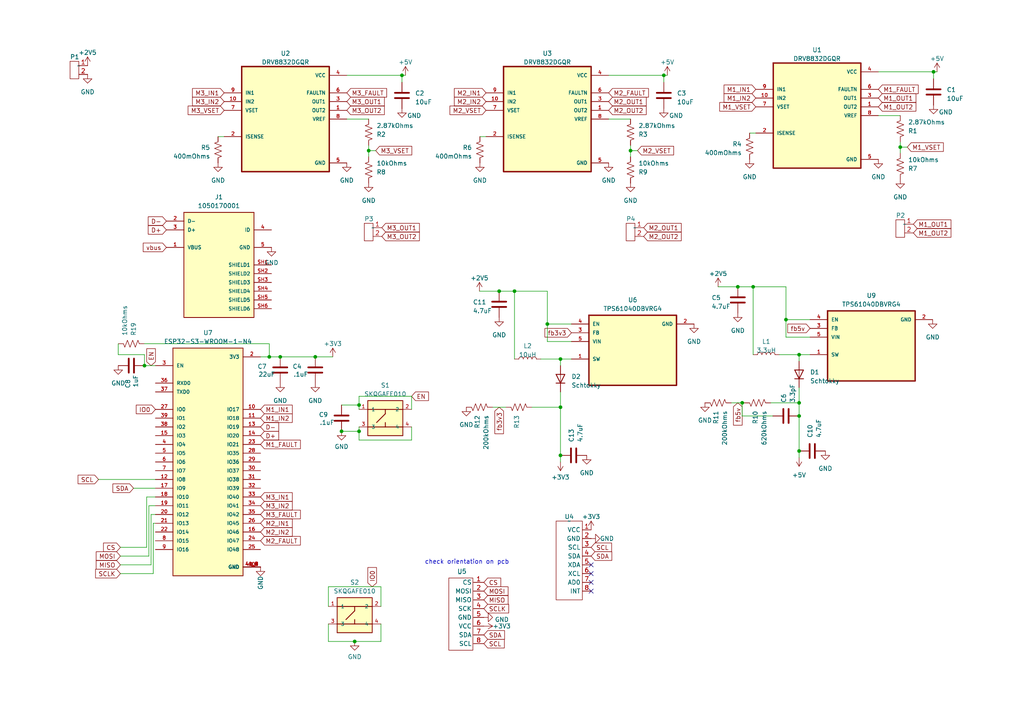
<source format=kicad_sch>
(kicad_sch (version 20230121) (generator eeschema)
  (paper "A4")
  (junction (at 149.225 84.455))
  (junction (at 102.87 186.055))
  (junction (at 41.91 106.045))
  (junction (at 162.56 132.08))
  (junction (at 261.112 42.672))
  (junction (at 231.775 116.84))
  (junction (at 144.78 84.455))
  (junction (at 162.56 118.11))
  (junction (at 231.775 120.65))
  (junction (at 213.995 83.185))
  (junction (at 218.44 83.185))
  (junction (at 104.14 117.475))
  (junction (at 104.14 125.095))
  (junction (at 227.965 92.71))
  (junction (at 182.88 43.688))
  (junction (at 162.56 104.14))
  (junction (at 78.105 103.505))
  (junction (at 106.934 43.688))
  (junction (at 215.265 116.84))
  (junction (at 158.75 93.98))
  (junction (at 99.06 125.095))
  (junction (at 192.532 21.844))
  (junction (at 116.586 21.844))
  (junction (at 91.44 103.505))
  (junction (at 81.28 103.505))
  (junction (at 270.764 20.828))
  (junction (at 231.775 102.87))
  (junction (at 231.775 130.81))
  (no_connect (at 171.45 166.37))
  (no_connect (at 171.45 163.83))
  (no_connect (at 171.45 171.45))
  (no_connect (at 171.45 168.91))
  (wire (pts (xy 223.52 116.84) (xy 231.775 116.84)))
  (wire (pts (xy 104.14 118.745) (xy 104.14 117.475)))
  (wire (pts (xy 34.925 163.83) (xy 43.815 163.83)))
  (wire (pts (xy 44.45 151.765) (xy 45.085 151.765)))
  (wire (pts (xy 78.105 103.505) (xy 81.28 103.505)))
  (wire (pts (xy 158.75 93.98) (xy 165.735 93.98)))
  (wire (pts (xy 116.586 21.844) (xy 116.586 23.876)))
  (wire (pts (xy 217.424 38.608) (xy 219.202 38.608)))
  (wire (pts (xy 254.762 33.528) (xy 261.112 33.528)))
  (wire (pts (xy 231.775 112.395) (xy 231.775 116.84)))
  (wire (pts (xy 144.78 84.455) (xy 149.225 84.455)))
  (wire (pts (xy 227.965 97.79) (xy 234.95 97.79)))
  (wire (pts (xy 231.775 120.65) (xy 231.775 130.81)))
  (wire (pts (xy 176.53 34.544) (xy 182.88 34.544)))
  (wire (pts (xy 162.56 104.14) (xy 162.56 106.045)))
  (wire (pts (xy 34.925 158.75) (xy 42.545 158.75)))
  (wire (pts (xy 192.532 21.844) (xy 193.548 21.844)))
  (wire (pts (xy 227.965 83.185) (xy 227.965 92.71)))
  (wire (pts (xy 43.815 163.83) (xy 43.815 149.225)))
  (wire (pts (xy 270.764 20.828) (xy 270.764 22.86)))
  (wire (pts (xy 139.192 39.624) (xy 140.97 39.624)))
  (wire (pts (xy 149.225 84.455) (xy 158.75 84.455)))
  (wire (pts (xy 100.584 34.544) (xy 106.934 34.544)))
  (wire (pts (xy 95.25 180.975) (xy 95.25 186.055)))
  (wire (pts (xy 41.91 99.695) (xy 78.105 99.695)))
  (wire (pts (xy 91.44 103.505) (xy 96.52 103.505)))
  (wire (pts (xy 142.875 118.11) (xy 146.685 118.11)))
  (wire (pts (xy 43.18 146.685) (xy 45.085 146.685)))
  (wire (pts (xy 34.29 102.87) (xy 41.91 102.87)))
  (wire (pts (xy 63.246 39.624) (xy 65.024 39.624)))
  (wire (pts (xy 231.775 102.87) (xy 234.95 102.87)))
  (wire (pts (xy 156.845 104.14) (xy 162.56 104.14)))
  (wire (pts (xy 182.88 43.688) (xy 182.88 45.466)))
  (wire (pts (xy 104.14 117.475) (xy 104.14 114.935)))
  (wire (pts (xy 213.995 83.185) (xy 218.44 83.185)))
  (wire (pts (xy 81.28 103.505) (xy 91.44 103.505)))
  (wire (pts (xy 218.44 102.87) (xy 218.44 83.185)))
  (wire (pts (xy 215.265 116.84) (xy 215.265 120.65)))
  (wire (pts (xy 106.934 43.688) (xy 108.966 43.688)))
  (wire (pts (xy 192.532 21.844) (xy 192.532 23.876)))
  (wire (pts (xy 215.265 120.65) (xy 224.155 120.65)))
  (wire (pts (xy 227.965 92.71) (xy 234.95 92.71)))
  (wire (pts (xy 162.56 118.11) (xy 162.56 132.08)))
  (wire (pts (xy 139.065 84.455) (xy 144.78 84.455)))
  (wire (pts (xy 231.775 102.87) (xy 231.775 104.775)))
  (wire (pts (xy 104.14 123.825) (xy 104.14 125.095)))
  (wire (pts (xy 116.586 21.844) (xy 117.602 21.844)))
  (wire (pts (xy 261.112 42.672) (xy 261.112 44.45)))
  (wire (pts (xy 162.56 132.08) (xy 162.56 133.985)))
  (wire (pts (xy 38.735 141.605) (xy 45.085 141.605)))
  (wire (pts (xy 149.225 104.14) (xy 149.225 84.455)))
  (wire (pts (xy 119.38 127.635) (xy 104.14 127.635)))
  (wire (pts (xy 106.934 42.164) (xy 106.934 43.688)))
  (wire (pts (xy 119.38 114.935) (xy 119.38 118.745)))
  (wire (pts (xy 41.91 106.045) (xy 45.085 106.045)))
  (wire (pts (xy 254.762 20.828) (xy 270.764 20.828)))
  (wire (pts (xy 41.91 102.87) (xy 41.91 106.045)))
  (wire (pts (xy 78.105 99.695) (xy 78.105 103.505)))
  (wire (pts (xy 104.14 125.095) (xy 104.14 127.635)))
  (wire (pts (xy 212.09 116.84) (xy 215.265 116.84)))
  (wire (pts (xy 182.88 42.164) (xy 182.88 43.688)))
  (wire (pts (xy 43.815 149.225) (xy 45.085 149.225)))
  (wire (pts (xy 99.06 117.475) (xy 104.14 117.475)))
  (wire (pts (xy 110.49 170.18) (xy 110.49 175.895)))
  (wire (pts (xy 162.56 104.14) (xy 165.735 104.14)))
  (wire (pts (xy 42.545 158.75) (xy 42.545 144.145)))
  (wire (pts (xy 28.575 139.065) (xy 45.085 139.065)))
  (wire (pts (xy 102.87 186.055) (xy 110.49 186.055)))
  (wire (pts (xy 218.44 83.185) (xy 227.965 83.185)))
  (wire (pts (xy 158.75 99.06) (xy 165.735 99.06)))
  (wire (pts (xy 158.75 93.98) (xy 158.75 99.06)))
  (wire (pts (xy 208.28 83.185) (xy 213.995 83.185)))
  (wire (pts (xy 95.25 175.895) (xy 95.25 170.18)))
  (wire (pts (xy 99.06 125.095) (xy 104.14 125.095)))
  (wire (pts (xy 75.565 103.505) (xy 78.105 103.505)))
  (wire (pts (xy 231.775 130.81) (xy 231.775 132.715)))
  (wire (pts (xy 215.265 116.84) (xy 215.9 116.84)))
  (wire (pts (xy 162.56 113.665) (xy 162.56 118.11)))
  (wire (pts (xy 110.49 186.055) (xy 110.49 180.975)))
  (wire (pts (xy 261.112 42.672) (xy 263.144 42.672)))
  (wire (pts (xy 95.25 170.18) (xy 110.49 170.18)))
  (wire (pts (xy 44.45 166.37) (xy 44.45 151.765)))
  (wire (pts (xy 154.305 118.11) (xy 162.56 118.11)))
  (wire (pts (xy 226.06 102.87) (xy 231.775 102.87)))
  (wire (pts (xy 34.29 99.695) (xy 34.29 102.87)))
  (wire (pts (xy 158.75 84.455) (xy 158.75 93.98)))
  (wire (pts (xy 119.38 123.825) (xy 119.38 127.635)))
  (wire (pts (xy 176.53 21.844) (xy 192.532 21.844)))
  (wire (pts (xy 182.88 43.688) (xy 184.912 43.688)))
  (wire (pts (xy 270.764 20.828) (xy 271.78 20.828)))
  (wire (pts (xy 104.14 114.935) (xy 119.38 114.935)))
  (wire (pts (xy 261.112 41.148) (xy 261.112 42.672)))
  (wire (pts (xy 34.925 166.37) (xy 44.45 166.37)))
  (wire (pts (xy 42.545 144.145) (xy 45.085 144.145)))
  (wire (pts (xy 95.25 186.055) (xy 102.87 186.055)))
  (wire (pts (xy 231.775 116.84) (xy 231.775 120.65)))
  (wire (pts (xy 106.934 43.688) (xy 106.934 45.466)))
  (wire (pts (xy 227.965 92.71) (xy 227.965 97.79)))
  (wire (pts (xy 34.925 161.29) (xy 43.18 161.29)))
  (wire (pts (xy 100.584 21.844) (xy 116.586 21.844)))
  (wire (pts (xy 43.18 161.29) (xy 43.18 146.685)))
  (text "check orientation on pcb" (at 123.19 163.83 0) (effects (font (size 1.27 1.27)) (justify left bottom)))
  (global_label "IO0" (shape input) (at 45.085 118.745 180) (property "Intersheetrefs" "${INTERSHEET_REFS}" (effects hide)))
  (global_label "SCL" (shape input) (at 28.575 139.065 180) (property "Intersheetrefs" "${INTERSHEET_REFS}" (effects hide)))
  (global_label "M1_IN1" (shape input) (at 75.565 118.745 0) (property "Intersheetrefs" "${INTERSHEET_REFS}" (effects hide)))
  (global_label "M3_VSET" (shape input) (at 65.024 32.004 180) (property "Intersheetrefs" "${INTERSHEET_REFS}" (effects hide)))
  (global_label "M3_OUT1" (shape input) (at 100.584 29.464 0) (property "Intersheetrefs" "${INTERSHEET_REFS}" (effects hide)))
  (global_label "M3_IN1" (shape input) (at 65.024 26.924 180) (property "Intersheetrefs" "${INTERSHEET_REFS}" (effects hide)))
  (global_label "M3_OUT1" (shape input) (at 110.744 66.04 0) (property "Intersheetrefs" "${INTERSHEET_REFS}" (effects hide)))
  (global_label "M1_OUT1" (shape input) (at 254.762 28.448 0) (property "Intersheetrefs" "${INTERSHEET_REFS}" (effects hide)))
  (global_label "M2_OUT2" (shape input) (at 176.53 32.004 0) (property "Intersheetrefs" "${INTERSHEET_REFS}" (effects hide)))
  (global_label "M3_OUT2" (shape input) (at 100.584 32.004 0) (property "Intersheetrefs" "${INTERSHEET_REFS}" (effects hide)))
  (global_label "fb5v" (shape input) (at 234.95 95.25 180) (property "Intersheetrefs" "${INTERSHEET_REFS}" (effects hide)))
  (global_label "M1_FAULT" (shape input) (at 75.565 128.905 0) (property "Intersheetrefs" "${INTERSHEET_REFS}" (effects hide)))
  (global_label "M2_IN1" (shape input) (at 75.565 151.765 0) (property "Intersheetrefs" "${INTERSHEET_REFS}" (effects hide)))
  (global_label "D+" (shape input) (at 48.26 66.675 180) (property "Intersheetrefs" "${INTERSHEET_REFS}" (effects hide)))
  (global_label "M2_VSET" (shape input) (at 184.912 43.688 0) (property "Intersheetrefs" "${INTERSHEET_REFS}" (effects hide)))
  (global_label "fb5v" (shape input) (at 213.995 116.84 270) (property "Intersheetrefs" "${INTERSHEET_REFS}" (effects hide)))
  (global_label "D+" (shape input) (at 75.565 126.365 0) (property "Intersheetrefs" "${INTERSHEET_REFS}" (effects hide)))
  (global_label "MOSI" (shape input) (at 140.335 171.45 0) (property "Intersheetrefs" "${INTERSHEET_REFS}" (effects hide)))
  (global_label "D-" (shape input) (at 75.565 123.825 0) (property "Intersheetrefs" "${INTERSHEET_REFS}" (effects hide)))
  (global_label "M1_VSET" (shape input) (at 219.202 30.988 180) (property "Intersheetrefs" "${INTERSHEET_REFS}" (effects hide)))
  (global_label "EN" (shape input) (at 43.815 106.045 90) (property "Intersheetrefs" "${INTERSHEET_REFS}" (effects hide)))
  (global_label "M1_IN1" (shape input) (at 219.202 25.908 180) (property "Intersheetrefs" "${INTERSHEET_REFS}" (effects hide)))
  (global_label "SDA" (shape input) (at 171.45 161.29 0) (property "Intersheetrefs" "${INTERSHEET_REFS}" (effects hide)))
  (global_label "MISO" (shape input) (at 34.925 163.83 180) (property "Intersheetrefs" "${INTERSHEET_REFS}" (effects hide)))
  (global_label "SCL" (shape input) (at 171.45 158.75 0) (property "Intersheetrefs" "${INTERSHEET_REFS}" (effects hide)))
  (global_label "M2_OUT2" (shape input) (at 186.69 68.58 0) (property "Intersheetrefs" "${INTERSHEET_REFS}" (effects hide)))
  (global_label "EN" (shape input) (at 119.38 114.935 0) (property "Intersheetrefs" "${INTERSHEET_REFS}" (effects hide)))
  (global_label "MISO" (shape input) (at 140.335 173.99 0) (property "Intersheetrefs" "${INTERSHEET_REFS}" (effects hide)))
  (global_label "M1_IN2" (shape input) (at 219.202 28.448 180) (property "Intersheetrefs" "${INTERSHEET_REFS}" (effects hide)))
  (global_label "MOSI" (shape input) (at 34.925 161.29 180) (property "Intersheetrefs" "${INTERSHEET_REFS}" (effects hide)))
  (global_label "M2_IN2" (shape input) (at 75.565 154.305 0) (property "Intersheetrefs" "${INTERSHEET_REFS}" (effects hide)))
  (global_label "CS" (shape input) (at 34.925 158.75 180) (property "Intersheetrefs" "${INTERSHEET_REFS}" (effects hide)))
  (global_label "M2_IN2" (shape input) (at 140.97 29.464 180) (property "Intersheetrefs" "${INTERSHEET_REFS}" (effects hide)))
  (global_label "M2_IN1" (shape input) (at 140.97 26.924 180) (property "Intersheetrefs" "${INTERSHEET_REFS}" (effects hide)))
  (global_label "M1_OUT1" (shape input) (at 264.922 65.024 0) (property "Intersheetrefs" "${INTERSHEET_REFS}" (effects hide)))
  (global_label "M1_OUT2" (shape input) (at 264.922 67.564 0) (property "Intersheetrefs" "${INTERSHEET_REFS}" (effects hide)))
  (global_label "M3_FAULT" (shape input) (at 100.584 26.924 0) (property "Intersheetrefs" "${INTERSHEET_REFS}" (effects hide)))
  (global_label "SCLK" (shape input) (at 140.335 176.53 0) (property "Intersheetrefs" "${INTERSHEET_REFS}" (effects hide)))
  (global_label "M1_OUT2" (shape input) (at 254.762 30.988 0) (property "Intersheetrefs" "${INTERSHEET_REFS}" (effects hide)))
  (global_label "vbus" (shape input) (at 48.26 71.755 180) (property "Intersheetrefs" "${INTERSHEET_REFS}" (effects hide)))
  (global_label "M2_OUT1" (shape input) (at 186.69 66.04 0) (property "Intersheetrefs" "${INTERSHEET_REFS}" (effects hide)))
  (global_label "M3_IN2" (shape input) (at 75.565 146.685 0) (property "Intersheetrefs" "${INTERSHEET_REFS}" (effects hide)))
  (global_label "M3_IN2" (shape input) (at 65.024 29.464 180) (property "Intersheetrefs" "${INTERSHEET_REFS}" (effects hide)))
  (global_label "M2_VSET" (shape input) (at 140.97 32.004 180) (property "Intersheetrefs" "${INTERSHEET_REFS}" (effects hide)))
  (global_label "M3_IN1" (shape input) (at 75.565 144.145 0) (property "Intersheetrefs" "${INTERSHEET_REFS}" (effects hide)))
  (global_label "SCLK" (shape input) (at 34.925 166.37 180) (property "Intersheetrefs" "${INTERSHEET_REFS}" (effects hide)))
  (global_label "M1_IN2" (shape input) (at 75.565 121.285 0) (property "Intersheetrefs" "${INTERSHEET_REFS}" (effects hide)))
  (global_label "fb3v3" (shape input) (at 165.735 96.52 180) (property "Intersheetrefs" "${INTERSHEET_REFS}" (effects hide)))
  (global_label "D-" (shape input) (at 48.26 64.135 180) (property "Intersheetrefs" "${INTERSHEET_REFS}" (effects hide)))
  (global_label "SDA" (shape input) (at 38.735 141.605 180) (property "Intersheetrefs" "${INTERSHEET_REFS}" (effects hide)))
  (global_label "fb3v3" (shape input) (at 144.78 118.11 270) (property "Intersheetrefs" "${INTERSHEET_REFS}" (effects hide)))
  (global_label "M1_FAULT" (shape input) (at 254.762 25.908 0) (property "Intersheetrefs" "${INTERSHEET_REFS}" (effects hide)))
  (global_label "SDA" (shape input) (at 140.335 184.15 0) (property "Intersheetrefs" "${INTERSHEET_REFS}" (effects hide)))
  (global_label "IO0" (shape input) (at 107.95 170.18 90) (property "Intersheetrefs" "${INTERSHEET_REFS}" (effects hide)))
  (global_label "CS" (shape input) (at 140.335 168.91 0) (property "Intersheetrefs" "${INTERSHEET_REFS}" (effects hide)))
  (global_label "M2_FAULT" (shape input) (at 176.53 26.924 0) (property "Intersheetrefs" "${INTERSHEET_REFS}" (effects hide)))
  (global_label "M2_FAULT" (shape input) (at 75.565 156.845 0) (property "Intersheetrefs" "${INTERSHEET_REFS}" (effects hide)))
  (global_label "M1_VSET" (shape input) (at 263.144 42.672 0) (property "Intersheetrefs" "${INTERSHEET_REFS}" (effects hide)))
  (global_label "SCL" (shape input) (at 140.335 186.69 0) (property "Intersheetrefs" "${INTERSHEET_REFS}" (effects hide)))
  (global_label "M3_OUT2" (shape input) (at 110.744 68.58 0) (property "Intersheetrefs" "${INTERSHEET_REFS}" (effects hide)))
  (global_label "M3_VSET" (shape input) (at 108.966 43.688 0) (property "Intersheetrefs" "${INTERSHEET_REFS}" (effects hide)))
  (global_label "M2_OUT1" (shape input) (at 176.53 29.464 0) (property "Intersheetrefs" "${INTERSHEET_REFS}" (effects hide)))
  (global_label "M3_FAULT" (shape input) (at 75.565 149.225 0) (property "Intersheetrefs" "${INTERSHEET_REFS}" (effects hide)))
  (symbol (lib_id "Device:L") (at 222.25 102.87 90) (unit 1)
    (property "Reference" "L1" (at 222.25 99.06 90))
    (property "Value" "3.3uH" (at 222.25 101.6 90))
    (property "Footprint" "SRR1240-100M:IND_SRR1240-100M" (effects hide))
  )
  (symbol (lib_id "power:GND") (at 106.934 53.086 0) (unit 1)
    (property "Reference" "#PWR012" (effects hide))
    (property "Value" "GND" (at 106.934 58.166 0))
  )
  (symbol (lib_id "Device:R_US") (at 150.495 118.11 90) (mirror x) (unit 1)
    (property "Reference" "R13" (at 149.86 120.396 0) (effects (justify left)))
    (property "Value" "330kOhms" (effects hide))
    (property "Footprint" "standard:res1206" (effects hide))
  )
  (symbol (lib_id "Device:C") (at 227.965 120.65 90) (unit 1)
    (property "Reference" "C6" (at 227.33 116.84 0) (effects (justify left)))
    (property "Value" "3.3pF" (at 229.87 116.84 0) (effects (justify left)))
    (property "Footprint" "standard:cap1206" (effects hide))
  )
  (symbol (lib_id "Device:C") (at 91.44 107.315 0) (unit 1)
    (property "Reference" "C4" (at 84.836 106.299 0) (effects (justify left)))
    (property "Value" ".1uF" (at 85.09 108.585 0) (effects (justify left)))
    (property "Footprint" "standard:cap1206" (effects hide))
  )
  (symbol (lib_id "power:GND") (at 261.112 52.07 0) (unit 1)
    (property "Reference" "#PWR011" (effects hide))
    (property "Value" "GND" (at 261.112 57.15 0))
  )
  (symbol (lib_id "Device:R_US") (at 38.1 99.695 270) (mirror x) (unit 1)
    (property "Reference" "R19" (at 38.735 97.409 0) (effects (justify left)))
    (property "Value" "10kOhms" (at 36.195 97.409 0) (effects (justify left)))
    (property "Footprint" "standard:res1206" (effects hide))
  )
  (symbol (lib_id "power:+5V") (at 117.602 21.844 0) (unit 1)
    (property "Reference" "#PWR022" (effects hide))
    (property "Value" "+5V" (at 117.602 18.034 0))
  )
  (symbol (lib_id "power:+3V3") (at 162.56 133.985 180) (unit 1)
    (property "Reference" "#PWR034" (effects hide))
    (property "Value" "+3V3" (at 162.56 138.43 0))
  )
  (symbol (lib_id "ESP32-S3-WROOM-1-N4:ESP32-S3-WROOM-1-N4") (at 60.325 133.985 0) (unit 1)
    (property "Reference" "U7" (at 60.325 96.52 0))
    (property "Value" "ESP32-S3-WROOM-1-N4" (at 60.325 99.06 0))
    (property "Footprint" "ESP32S3WROOM1N8R8:XCVR_ESP32S3WROOM1N8R8" (effects hide))
    (property "MF" "Espressif Systems" (effects hide))
    (property "MAXIMUM_PACKAGE_HEIGHT" "3.25mm" (effects hide))
    (property "Package" "NON STANDARD Espressif Systems" (effects hide))
    (property "Price" "None" (effects hide))
    (property "Check_prices" "https://www.snapeda.com/parts/ESP32-S3-WROOM-1-N4/Espressif+Systems/view-part/?ref=eda" (effects hide))
    (property "STANDARD" "Manufacturer Recommendations" (effects hide))
    (property "PARTREV" "v1.0" (effects hide))
    (property "SnapEDA_Link" "https://www.snapeda.com/parts/ESP32-S3-WROOM-1-N4/Espressif+Systems/view-part/?ref=snap" (effects hide))
    (property "MP" "ESP32-S3-WROOM-1-N4" (effects hide))
    (property "Purchase-URL" "https://www.snapeda.com/api/url_track_click_mouser/?unipart_id=12155510&manufacturer=Espressif Systems&part_name=ESP32-S3-WROOM-1-N4&search_term=esp32-s3-wroom-1-n4" (effects hide))
    (property "Description" "\nBluetooth, WiFi 802.11b/g/n, Bluetooth v5.0 Transceiver Module 2.4GHz PCB Trace Surface Mount\n" (effects hide))
    (property "Availability" "In Stock" (effects hide))
    (property "MANUFACTURER" "Espressif" (effects hide))
  )
  (symbol (lib_id "power:GND") (at 140.335 179.07 90) (unit 1)
    (property "Reference" "#PWR031" (effects hide))
    (property "Value" "GND" (at 143.51 179.705 90) (effects (justify right)))
  )
  (symbol (lib_id "Device:R_US") (at 219.71 116.84 90) (mirror x) (unit 1)
    (property "Reference" "R10" (at 219.075 119.126 0) (effects (justify left)))
    (property "Value" "620kOhms" (at 221.615 119.126 0) (effects (justify left)))
    (property "Footprint" "standard:res1206" (effects hide))
  )
  (symbol (lib_id "power:GND") (at 135.255 118.11 0) (unit 1)
    (property "Reference" "#PWR030" (effects hide))
    (property "Value" "GND" (at 135.255 123.19 0))
  )
  (symbol (lib_id "power:GND") (at 102.87 186.055 0) (unit 1)
    (property "Reference" "#PWR015" (effects hide))
    (property "Value" "GND" (at 102.87 190.5 0))
  )
  (symbol (lib_id "Device:R_US") (at 182.88 38.354 0) (mirror x) (unit 1)
    (property "Reference" "R3" (at 185.166 38.989 0) (effects (justify left)))
    (property "Value" "2.87kOhms" (at 185.166 36.449 0) (effects (justify left)))
    (property "Footprint" "standard:res1206" (effects hide))
  )
  (symbol (lib_id "gyro:gyro") (at 165.1 151.13 0) (unit 1)
    (property "Reference" "U4" (at 165.1 149.86 0))
    (property "Value" "~" (at 165.1 151.13 0))
    (property "Footprint" "Connector_PinSocket_2.54mm:PinSocket_1x08_P2.54mm_Vertical" (effects hide))
  )
  (symbol (lib_id "Device:R_US") (at 208.28 116.84 90) (mirror x) (unit 1)
    (property "Reference" "R11" (at 207.645 119.126 0) (effects (justify left)))
    (property "Value" "200kOhms" (at 210.185 119.126 0) (effects (justify left)))
    (property "Footprint" "standard:res1206" (effects hide))
  )
  (symbol (lib_id "power:GND") (at 78.74 71.755 0) (unit 1)
    (property "Reference" "#PWR016" (effects hide))
    (property "Value" "GND" (at 78.74 76.2 0))
  )
  (symbol (lib_id "Device:R_US") (at 139.065 118.11 90) (mirror x) (unit 1)
    (property "Reference" "R12" (at 138.43 120.396 0) (effects (justify left)))
    (property "Value" "200kOhms" (at 140.97 120.396 0) (effects (justify left)))
    (property "Footprint" "standard:res1206" (effects hide))
  )
  (symbol (lib_id "1050170001:1050170001") (at 63.5 76.835 0) (unit 1)
    (property "Reference" "J1" (at 63.5 57.15 0))
    (property "Value" "1050170001" (at 63.5 59.69 0))
    (property "Footprint" "1050170001:MOLEX_1050170001" (effects hide))
    (property "MF" "Molex" (effects hide))
    (property "OPTION" "MOLEX_CONFIG" (effects hide))
    (property "Package" "None" (effects hide))
    (property "Price" "None" (effects hide))
    (property "Check_prices" "https://www.snapeda.com/parts/1050170001/Molex/view-part/?ref=eda" (effects hide))
    (property "STANDARD" "Manufacturer Recommendations" (effects hide))
    (property "PARTREV" "F" (effects hide))
    (property "SnapEDA_Link" "https://www.snapeda.com/parts/1050170001/Molex/view-part/?ref=snap" (effects hide))
    (property "MP" "1050170001" (effects hide))
    (property "Purchase-URL" "https://www.snapeda.com/api/url_track_click_mouser/?unipart_id=2755530&manufacturer=Molex&part_name=1050170001&search_term=1050170001" (effects hide))
    (property "Description" "\nUSB - micro B USB 2.0 Receptacle Connector 5 Position Surface Mount, Right Angle; Through Hole\n" (effects hide))
    (property "MANUFACTURER" "Molex" (effects hide))
    (property "Availability" "In Stock" (effects hide))
    (property "MAXIMUM_PACKAGE_HEIGHT" "2.85mm" (effects hide))
  )
  (symbol (lib_id "Device:R_US") (at 261.112 48.26 0) (mirror x) (unit 1)
    (property "Reference" "R7" (at 263.398 48.895 0) (effects (justify left)))
    (property "Value" "10kOhms" (at 263.398 46.355 0) (effects (justify left)))
    (property "Footprint" "standard:res1206" (effects hide))
  )
  (symbol (lib_id "power:GND") (at 100.584 47.244 0) (unit 1)
    (property "Reference" "#PWR08" (effects hide))
    (property "Value" "GND" (at 100.584 52.324 0))
  )
  (symbol (lib_id "DRV8832DGQR:DRV8832DGQR") (at 82.804 34.544 0) (unit 1)
    (property "Reference" "U2" (at 82.804 15.494 0))
    (property "Value" "DRV8832DGQR" (at 82.804 18.034 0))
    (property "Footprint" "Library:IC_XTR111AIDGQRG4" (effects hide))
    (property "MF" "Texas Instruments" (effects hide))
    (property "Description" "\n7-V, 1-A H-bridge motor driver with voltage regulation\n" (effects hide))
    (property "Package" "HVSSOP-10 Texas Instruments" (effects hide))
    (property "Price" "None" (effects hide))
    (property "SnapEDA_Link" "https://www.snapeda.com/parts/DRV8832DGQR/Texas+Instruments/view-part/?ref=snap" (effects hide))
    (property "MP" "DRV8832DGQR" (effects hide))
    (property "Purchase-URL" "https://www.snapeda.com/api/url_track_click_mouser/?unipart_id=524350&manufacturer=Texas Instruments&part_name=DRV8832DGQR&search_term=drv8832dgqr" (effects hide))
    (property "Availability" "In Stock" (effects hide))
    (property "Check_prices" "https://www.snapeda.com/parts/DRV8832DGQR/Texas+Instruments/view-part/?ref=eda" (effects hide))
  )
  (symbol (lib_id "Device:C") (at 38.1 106.045 90) (unit 1)
    (property "Reference" "C8" (at 37.084 112.649 0) (effects (justify left)))
    (property "Value" "1uF" (at 39.37 112.395 0) (effects (justify left)))
    (property "Footprint" "standard:cap1206" (effects hide))
  )
  (symbol (lib_id "power:GND") (at 201.295 93.98 0) (unit 1)
    (property "Reference" "#PWR042" (effects hide))
    (property "Value" "GND" (at 201.295 99.06 0))
  )
  (symbol (lib_id "Device:C") (at 81.28 107.315 0) (unit 1)
    (property "Reference" "C7" (at 74.676 106.299 0) (effects (justify left)))
    (property "Value" "22uF" (at 74.93 108.585 0) (effects (justify left)))
    (property "Footprint" "standard:cap1206" (effects hide))
  )
  (symbol (lib_id "Device:C") (at 235.585 130.81 90) (unit 1)
    (property "Reference" "C10" (at 234.95 127 0) (effects (justify left)))
    (property "Value" "4.7uF" (at 237.49 127 0) (effects (justify left)))
    (property "Footprint" "standard:cap1206" (effects hide))
  )
  (symbol (lib_id "Device:C") (at 166.37 132.08 90) (unit 1)
    (property "Reference" "C13" (at 165.735 128.27 0) (effects (justify left)))
    (property "Value" "4.7uF" (at 168.275 128.27 0) (effects (justify left)))
    (property "Footprint" "standard:cap1206" (effects hide))
  )
  (symbol (lib_id "power:+5V") (at 271.78 20.828 0) (unit 1)
    (property "Reference" "#PWR027" (effects hide))
    (property "Value" "+5V" (at 271.78 17.018 0))
  )
  (symbol (lib_id "power:GND") (at 91.44 111.125 0) (unit 1)
    (property "Reference" "#PWR037" (effects hide))
    (property "Value" "GND" (at 91.44 116.205 0))
  )
  (symbol (lib_id "SKQGAFE010:SKQGAFE010") (at 102.87 178.435 0) (unit 1)
    (property "Reference" "S2" (at 102.87 168.91 0))
    (property "Value" "SKQGAFE010" (at 102.87 171.45 0))
    (property "Footprint" "SKQGAFE010:SW_SKQGAFE010" (effects hide))
    (property "MF" "ALPS" (effects hide))
    (property "Description" "\nSwitch Tactile N.O. SPST Button Gull Wing 0.05A 12VDC 0.98N SMD T/R\n" (effects hide))
    (property "Package" "None" (effects hide))
    (property "Price" "None" (effects hide))
    (property "Check_prices" "https://www.snapeda.com/parts/SKQGAFE010/ALPS/view-part/?ref=eda" (effects hide))
    (property "PART_REV" "B1" (effects hide))
    (property "STANDARD" "MANUFACTURER RECOMMENDATIONS" (effects hide))
    (property "SnapEDA_Link" "https://www.snapeda.com/parts/SKQGAFE010/ALPS/view-part/?ref=snap" (effects hide))
    (property "MP" "SKQGAFE010" (effects hide))
    (property "Purchase-URL" "https://www.snapeda.com/api/url_track_click_mouser/?unipart_id=300873&manufacturer=ALPS&part_name=SKQGAFE010&search_term=tactile button" (effects hide))
    (property "Availability" "In Stock" (effects hide))
    (property "MANUFACTURER" "ALPS" (effects hide))
  )
  (symbol (lib_id "power:GND") (at 217.424 46.228 0) (unit 1)
    (property "Reference" "#PWR05" (effects hide))
    (property "Value" "GND" (at 217.424 51.308 0))
  )
  (symbol (lib_id "power:GND") (at 270.764 30.48 0) (unit 1)
    (property "Reference" "#PWR02" (effects hide))
    (property "Value" "GND" (at 274.32 32.512 0))
  )
  (symbol (lib_id "Device:C") (at 192.532 27.686 0) (unit 1)
    (property "Reference" "C3" (at 196.342 27.051 0) (effects (justify left)))
    (property "Value" "10uF" (at 196.342 29.591 0) (effects (justify left)))
    (property "Footprint" "standard:cap1206" (effects hide))
  )
  (symbol (lib_id "power:+2V5") (at 25.4 19.05 0) (unit 1)
    (property "Reference" "#PWR025" (effects hide))
    (property "Value" "+2V5" (at 25.4 15.24 0))
  )
  (symbol (lib_id "power:GND") (at 213.995 90.805 0) (unit 1)
    (property "Reference" "#PWR017" (effects hide))
    (property "Value" "GND" (at 213.995 95.885 0))
  )
  (symbol (lib_id "power:GND") (at 63.246 47.244 0) (unit 1)
    (property "Reference" "#PWR07" (effects hide))
    (property "Value" "GND" (at 63.246 52.324 0))
  )
  (symbol (lib_id "power:+2V5") (at 139.065 84.455 0) (unit 1)
    (property "Reference" "#PWR033" (effects hide))
    (property "Value" "+2V5" (at 139.065 80.645 0))
  )
  (symbol (lib_id "power:GND") (at 270.51 92.71 0) (unit 1)
    (property "Reference" "#PWR028" (effects hide))
    (property "Value" "GND" (at 270.51 97.79 0))
  )
  (symbol (lib_id "camera:camera") (at 133.35 166.37 0) (unit 1)
    (property "Reference" "U5" (at 133.985 165.735 0))
    (property "Value" "~" (at 133.35 166.37 0))
    (property "Footprint" "Connector_PinSocket_2.54mm:PinSocket_1x08_P2.54mm_Vertical" (effects hide))
  )
  (symbol (lib_id "power:+3V3") (at 140.335 181.61 270) (unit 1)
    (property "Reference" "#PWR032" (effects hide))
    (property "Value" "+3V3" (at 142.875 181.61 90) (effects (justify left)))
  )
  (symbol (lib_id "ICE40HX1K-VQ100:ICE40HX1K-VQ100") (at 393.065 95.25 0) (unit 1)
    (property "Reference" "U8" (at 393.065 22.86 0))
    (property "Value" "ICE40HX1K-VQ100" (at 393.065 25.4 0))
    (property "Footprint" "ICE40HX1K-VQ100:QFP50P1600X1600X120-100N" (effects hide))
    (property "MF" "Lattice Semiconductor" (effects hide))
    (property "Description" "\niCE40™ HX Field Programmable Gate Array (FPGA) IC 72 65536 1280 100-LQFP\n" (effects hide))
    (property "PACKAGE" "QFP-100" (effects hide))
    (property "Price" "None" (effects hide))
    (property "Package" "TQFP-100 Lattice Semiconductor" (effects hide))
    (property "Check_prices" "https://www.snapeda.com/parts/ICE40HX1K-VQ100/Lattice+Semiconductor+Corporation/view-part/?ref=eda" (effects hide))
    (property "STANDARD" "IPC 7351B" (effects hide))
    (property "PARTREV" "3.4" (effects hide))
    (property "SnapEDA_Link" "https://www.snapeda.com/parts/ICE40HX1K-VQ100/Lattice+Semiconductor+Corporation/view-part/?ref=snap" (effects hide))
    (property "MP" "ICE40HX1K-VQ100" (effects hide))
    (property "Availability" "In Stock" (effects hide))
    (property "MANUFACTURER" "LATTICE SEMICONDUCTOR" (effects hide))
  )
  (symbol (lib_id "Device:R_US") (at 106.934 38.354 0) (mirror x) (unit 1)
    (property "Reference" "R2" (at 109.22 38.989 0) (effects (justify left)))
    (property "Value" "2.87kOhms" (at 109.22 36.449 0) (effects (justify left)))
    (property "Footprint" "standard:res1206" (effects hide))
  )
  (symbol (lib_id "power:+5V") (at 231.775 132.715 180) (unit 1)
    (property "Reference" "#PWR018" (effects hide))
    (property "Value" "+5V" (at 231.775 137.795 0))
  )
  (symbol (lib_id "Device:C") (at 213.995 86.995 0) (unit 1)
    (property "Reference" "C5" (at 206.375 86.36 0) (effects (justify left)))
    (property "Value" "4.7uF" (at 206.375 88.9 0) (effects (justify left)))
    (property "Footprint" "standard:cap1206" (effects hide))
  )
  (symbol (lib_id "TPS61040DBVRG4:TPS61040DBVRG4") (at 252.73 100.33 0) (unit 1)
    (property "Reference" "U9" (at 252.73 85.725 0))
    (property "Value" "TPS61040DBVRG4" (at 252.73 88.265 0))
    (property "Footprint" "TPS61040DBVRG4:SOT95P280X145-5N" (effects hide))
    (property "MF" "Texas Instruments" (effects hide))
    (property "Description" "\n28-V, 400-mA Switch Boost Converter in SOT-23 for LCD and White LED Applications 5-SOT-23 -40 to 85\n" (effects hide))
    (property "Package" "SOT-23-5 Texas Instruments" (effects hide))
    (property "Price" "None" (effects hide))
    (property "SnapEDA_Link" "https://www.snapeda.com/parts/TPS61040DBVRG4/Texas+Instruments/view-part/?ref=snap" (effects hide))
    (property "MP" "TPS61040DBVRG4" (effects hide))
    (property "Availability" "In Stock" (effects hide))
    (property "Check_prices" "https://www.snapeda.com/parts/TPS61040DBVRG4/Texas+Instruments/view-part/?ref=eda" (effects hide))
  )
  (symbol (lib_id "Device:C") (at 99.06 121.285 0) (unit 1)
    (property "Reference" "C9" (at 92.456 120.269 0) (effects (justify left)))
    (property "Value" ".1uF" (at 92.71 122.555 0) (effects (justify left)))
    (property "Footprint" "standard:cap1206" (effects hide))
  )
  (symbol (lib_id "power:GND") (at 170.18 132.08 0) (unit 1)
    (property "Reference" "#PWR041" (effects hide))
    (property "Value" "GND" (at 170.18 137.16 0))
  )
  (symbol (lib_id "Device:R_US") (at 106.934 49.276 0) (mirror x) (unit 1)
    (property "Reference" "R8" (at 109.22 49.911 0) (effects (justify left)))
    (property "Value" "10kOhms" (at 109.22 47.371 0) (effects (justify left)))
    (property "Footprint" "standard:res1206" (effects hide))
  )
  (symbol (lib_id "DRV8832DGQR:DRV8832DGQR") (at 158.75 34.544 0) (unit 1)
    (property "Reference" "U3" (at 158.75 15.494 0))
    (property "Value" "DRV8832DGQR" (at 158.75 18.034 0))
    (property "Footprint" "Library:IC_XTR111AIDGQRG4" (effects hide))
    (property "MF" "Texas Instruments" (effects hide))
    (property "Description" "\n7-V, 1-A H-bridge motor driver with voltage regulation\n" (effects hide))
    (property "Package" "HVSSOP-10 Texas Instruments" (effects hide))
    (property "Price" "None" (effects hide))
    (property "SnapEDA_Link" "https://www.snapeda.com/parts/DRV8832DGQR/Texas+Instruments/view-part/?ref=snap" (effects hide))
    (property "MP" "DRV8832DGQR" (effects hide))
    (property "Purchase-URL" "https://www.snapeda.com/api/url_track_click_mouser/?unipart_id=524350&manufacturer=Texas Instruments&part_name=DRV8832DGQR&search_term=drv8832dgqr" (effects hide))
    (property "Availability" "In Stock" (effects hide))
    (property "Check_prices" "https://www.snapeda.com/parts/DRV8832DGQR/Texas+Instruments/view-part/?ref=eda" (effects hide))
  )
  (symbol (lib_id "power:GND") (at 176.53 47.244 0) (unit 1)
    (property "Reference" "#PWR010" (effects hide))
    (property "Value" "GND" (at 176.53 52.324 0))
  )
  (symbol (lib_id "power:GND") (at 182.88 53.086 0) (unit 1)
    (property "Reference" "#PWR013" (effects hide))
    (property "Value" "GND" (at 182.88 58.166 0))
  )
  (symbol (lib_id "twopad:twopad") (at 108.204 66.04 0) (unit 1)
    (property "Reference" "P3" (at 105.664 63.5 0) (effects (justify left)))
    (property "Value" "~" (at 108.204 66.04 0))
    (property "Footprint" "Library:twopad" (effects hide))
  )
  (symbol (lib_id "Device:C") (at 144.78 88.265 0) (unit 1)
    (property "Reference" "C11" (at 137.16 87.63 0) (effects (justify left)))
    (property "Value" "4.7uF" (at 137.16 90.17 0) (effects (justify left)))
    (property "Footprint" "standard:cap1206" (effects hide))
  )
  (symbol (lib_id "power:GND") (at 116.586 31.496 0) (unit 1)
    (property "Reference" "#PWR03" (effects hide))
    (property "Value" "GND" (at 120.142 33.528 0))
  )
  (symbol (lib_id "Device:L") (at 153.035 104.14 90) (unit 1)
    (property "Reference" "L2" (at 153.035 100.33 90))
    (property "Value" "10uH" (at 153.035 102.87 90))
    (property "Footprint" "SRR1240-100M:IND_SRR1240-100M" (effects hide))
  )
  (symbol (lib_id "power:GND") (at 25.4 21.59 0) (unit 1)
    (property "Reference" "#PWR01" (effects hide))
    (property "Value" "GND" (at 25.4 26.67 0))
  )
  (symbol (lib_id "power:GND") (at 254.762 46.228 0) (unit 1)
    (property "Reference" "#PWR06" (effects hide))
    (property "Value" "GND" (at 254.762 51.308 0))
  )
  (symbol (lib_id "power:GND") (at 139.192 47.244 0) (unit 1)
    (property "Reference" "#PWR09" (effects hide))
    (property "Value" "GND" (at 139.192 52.324 0))
  )
  (symbol (lib_id "power:GND") (at 99.06 125.095 0) (unit 1)
    (property "Reference" "#PWR039" (effects hide))
    (property "Value" "GND" (at 99.06 129.54 0))
  )
  (symbol (lib_id "power:+5V") (at 193.548 21.844 0) (unit 1)
    (property "Reference" "#PWR026" (effects hide))
    (property "Value" "+5V" (at 193.548 18.034 0))
  )
  (symbol (lib_id "twopad:twopad") (at 262.382 65.024 0) (unit 1)
    (property "Reference" "P2" (at 259.842 62.484 0) (effects (justify left)))
    (property "Value" "~" (at 262.382 65.024 0))
    (property "Footprint" "Library:twopad" (effects hide))
  )
  (symbol (lib_id "power:+3V3") (at 171.45 153.67 0) (unit 1)
    (property "Reference" "#PWR023" (effects hide))
    (property "Value" "+3V3" (at 171.45 149.86 0))
  )
  (symbol (lib_id "Device:R_US") (at 139.192 43.434 0) (mirror y) (unit 1)
    (property "Reference" "R6" (at 136.906 42.799 0) (effects (justify left)))
    (property "Value" "400mOhms" (at 136.906 45.339 0) (effects (justify left)))
    (property "Footprint" "standard:res1206" (effects hide))
  )
  (symbol (lib_id "SKQGAFE010:SKQGAFE010") (at 111.76 121.285 0) (unit 1)
    (property "Reference" "S1" (at 111.76 111.76 0))
    (property "Value" "SKQGAFE010" (at 111.76 114.3 0))
    (property "Footprint" "SKQGAFE010:SW_SKQGAFE010" (effects hide))
    (property "MF" "ALPS" (effects hide))
    (property "Description" "\nSwitch Tactile N.O. SPST Button Gull Wing 0.05A 12VDC 0.98N SMD T/R\n" (effects hide))
    (property "Package" "None" (effects hide))
    (property "Price" "None" (effects hide))
    (property "Check_prices" "https://www.snapeda.com/parts/SKQGAFE010/ALPS/view-part/?ref=eda" (effects hide))
    (property "PART_REV" "B1" (effects hide))
    (property "STANDARD" "MANUFACTURER RECOMMENDATIONS" (effects hide))
    (property "SnapEDA_Link" "https://www.snapeda.com/parts/SKQGAFE010/ALPS/view-part/?ref=snap" (effects hide))
    (property "MP" "SKQGAFE010" (effects hide))
    (property "Purchase-URL" "https://www.snapeda.com/api/url_track_click_mouser/?unipart_id=300873&manufacturer=ALPS&part_name=SKQGAFE010&search_term=tactile button" (effects hide))
    (property "Availability" "In Stock" (effects hide))
    (property "MANUFACTURER" "ALPS" (effects hide))
  )
  (symbol (lib_id "power:+3V3") (at 96.52 103.505 0) (unit 1)
    (property "Reference" "#PWR014" (effects hide))
    (property "Value" "+3V3" (at 96.52 99.695 0))
  )
  (symbol (lib_id "Device:C") (at 270.764 26.67 0) (unit 1)
    (property "Reference" "C1" (at 274.574 26.035 0) (effects (justify left)))
    (property "Value" "10uF" (at 274.574 28.575 0) (effects (justify left)))
    (property "Footprint" "standard:cap1206" (effects hide))
  )
  (symbol (lib_id "power:GND") (at 81.28 111.125 0) (unit 1)
    (property "Reference" "#PWR036" (effects hide))
    (property "Value" "GND" (at 81.28 116.205 0))
  )
  (symbol (lib_id "Device:R_US") (at 63.246 43.434 0) (mirror y) (unit 1)
    (property "Reference" "R5" (at 60.96 42.799 0) (effects (justify left)))
    (property "Value" "400mOhms" (at 60.96 45.339 0) (effects (justify left)))
    (property "Footprint" "standard:res1206" (effects hide))
  )
  (symbol (lib_id "power:GND") (at 192.532 31.496 0) (unit 1)
    (property "Reference" "#PWR04" (effects hide))
    (property "Value" "GND" (at 196.088 33.528 0))
  )
  (symbol (lib_id "TPS61040DBVRG4:TPS61040DBVRG4") (at 183.515 101.6 0) (unit 1)
    (property "Reference" "U6" (at 183.515 86.995 0))
    (property "Value" "TPS61040DBVRG4" (at 183.515 89.535 0))
    (property "Footprint" "TPS61040DBVRG4:SOT95P280X145-5N" (effects hide))
    (property "MF" "Texas Instruments" (effects hide))
    (property "Description" "\n28-V, 400-mA Switch Boost Converter in SOT-23 for LCD and White LED Applications 5-SOT-23 -40 to 85\n" (effects hide))
    (property "Package" "SOT-23-5 Texas Instruments" (effects hide))
    (property "Price" "None" (effects hide))
    (property "SnapEDA_Link" "https://www.snapeda.com/parts/TPS61040DBVRG4/Texas+Instruments/view-part/?ref=snap" (effects hide))
    (property "MP" "TPS61040DBVRG4" (effects hide))
    (property "Availability" "In Stock" (effects hide))
    (property "Check_prices" "https://www.snapeda.com/parts/TPS61040DBVRG4/Texas+Instruments/view-part/?ref=eda" (effects hide))
  )
  (symbol (lib_id "Device:R_US") (at 217.424 42.418 0) (mirror y) (unit 1)
    (property "Reference" "R4" (at 215.138 41.783 0) (effects (justify left)))
    (property "Value" "400mOhms" (at 215.138 44.323 0) (effects (justify left)))
    (property "Footprint" "standard:res1206" (effects hide))
  )
  (symbol (lib_id "power:GND") (at 34.29 106.045 0) (unit 1)
    (property "Reference" "#PWR038" (effects hide))
    (property "Value" "GND" (at 34.29 111.125 0))
  )
  (symbol (lib_id "Device:C") (at 116.586 27.686 0) (unit 1)
    (property "Reference" "C2" (at 120.396 27.051 0) (effects (justify left)))
    (property "Value" "10uF" (at 120.396 29.591 0) (effects (justify left)))
    (property "Footprint" "standard:cap1206" (effects hide))
  )
  (symbol (lib_id "power:GND") (at 239.395 130.81 0) (unit 1)
    (property "Reference" "#PWR020" (effects hide))
    (property "Value" "GND" (at 239.395 135.89 0))
  )
  (symbol (lib_id "Diode:1N5403") (at 162.56 109.855 90) (unit 1)
    (property "Reference" "D2" (at 165.735 109.22 90) (effects (justify right)))
    (property "Value" "Schtokky" (at 165.735 111.76 90) (effects (justify right)))
    (property "Footprint" "Diode_SMD:D_SOD-123" (effects hide))
    (property "Datasheet" "http://www.vishay.com/docs/88516/1n5400.pdf" (effects hide))
    (property "Sim.Device" "D" (effects hide))
    (property "Sim.Pins" "1=K 2=A" (effects hide))
  )
  (symbol (lib_id "power:GND") (at 144.78 92.075 0) (unit 1)
    (property "Reference" "#PWR035" (effects hide))
    (property "Value" "GND" (at 144.78 97.155 0))
  )
  (symbol (lib_id "Device:R_US") (at 261.112 37.338 0) (mirror x) (unit 1)
    (property "Reference" "R1" (at 263.398 37.973 0) (effects (justify left)))
    (property "Value" "2.87kOhms" (at 263.398 35.433 0) (effects (justify left)))
    (property "Footprint" "standard:res1206" (effects hide))
  )
  (symbol (lib_id "Device:R_US") (at 182.88 49.276 0) (mirror x) (unit 1)
    (property "Reference" "R9" (at 185.166 49.911 0) (effects (justify left)))
    (property "Value" "10kOhms" (at 185.166 47.371 0) (effects (justify left)))
    (property "Footprint" "standard:res1206" (effects hide))
  )
  (symbol (lib_id "power:GND") (at 75.565 164.465 0) (unit 1)
    (property "Reference" "#PWR021" (effects hide))
    (property "Value" "GND" (at 75.565 167.005 90) (effects (justify right)))
  )
  (symbol (lib_id "power:GND") (at 171.45 156.21 90) (unit 1)
    (property "Reference" "#PWR024" (effects hide))
    (property "Value" "GND" (at 173.99 156.21 90) (effects (justify right)))
  )
  (symbol (lib_id "DRV8832DGQR:DRV8832DGQR") (at 236.982 33.528 0) (unit 1)
    (property "Reference" "U1" (at 236.982 14.478 0))
    (property "Value" "DRV8832DGQR" (at 236.982 17.018 0))
    (property "Footprint" "Library:IC_XTR111AIDGQRG4" (effects hide))
    (property "MF" "Texas Instruments" (effects hide))
    (property "Description" "\n7-V, 1-A H-bridge motor driver with voltage regulation\n" (effects hide))
    (property "Package" "HVSSOP-10 Texas Instruments" (effects hide))
    (property "Price" "None" (effects hide))
    (property "SnapEDA_Link" "https://www.snapeda.com/parts/DRV8832DGQR/Texas+Instruments/view-part/?ref=snap" (effects hide))
    (property "MP" "DRV8832DGQR" (effects hide))
    (property "Purchase-URL" "https://www.snapeda.com/api/url_track_click_mouser/?unipart_id=524350&manufacturer=Texas Instruments&part_name=DRV8832DGQR&search_term=drv8832dgqr" (effects hide))
    (property "Availability" "In Stock" (effects hide))
    (property "Check_prices" "https://www.snapeda.com/parts/DRV8832DGQR/Texas+Instruments/view-part/?ref=eda" (effects hide))
  )
  (symbol (lib_id "power:+2V5") (at 208.28 83.185 0) (unit 1)
    (property "Reference" "#PWR029" (effects hide))
    (property "Value" "+2V5" (at 208.28 79.375 0))
  )
  (symbol (lib_id "power:GND") (at 204.47 116.84 0) (unit 1)
    (property "Reference" "#PWR019" (effects hide))
    (property "Value" "GND" (at 204.47 121.92 0))
  )
  (symbol (lib_id "Diode:1N5403") (at 231.775 108.585 90) (unit 1)
    (property "Reference" "D1" (at 234.95 107.95 90) (effects (justify right)))
    (property "Value" "Schtokky" (at 234.95 110.49 90) (effects (justify right)))
    (property "Footprint" "Diode_SMD:D_SOD-123" (effects hide))
    (property "Datasheet" "http://www.vishay.com/docs/88516/1n5400.pdf" (effects hide))
    (property "Sim.Device" "D" (effects hide))
    (property "Sim.Pins" "1=K 2=A" (effects hide))
  )
  (symbol (lib_id "twopad:twopad") (at 184.15 66.04 0) (unit 1)
    (property "Reference" "P4" (at 181.61 63.5 0) (effects (justify left)))
    (property "Value" "~" (at 184.15 66.04 0))
    (property "Footprint" "Library:twopad" (effects hide))
  )
  (symbol (lib_id "twopad:twopad") (at 22.86 19.05 0) (unit 1)
    (property "Reference" "P1" (at 20.32 16.51 0) (effects (justify left)))
    (property "Value" "~" (at 22.86 19.05 0))
    (property "Footprint" "Connector_PinHeader_2.54mm:PinHeader_1x02_P2.54mm_Vertical" (effects hide))
  )
)
</source>
